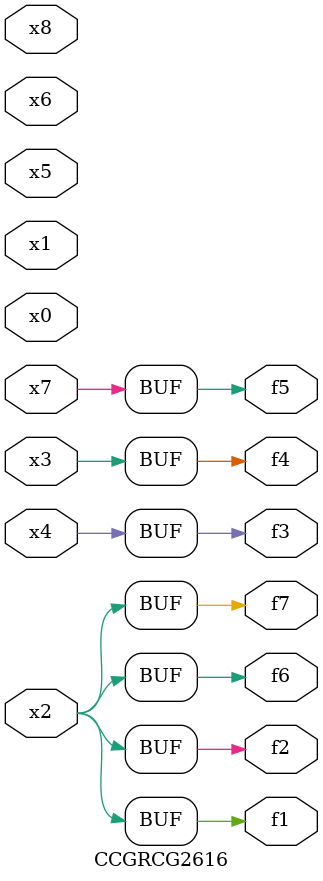
<source format=v>
module CCGRCG2616(
	input x0, x1, x2, x3, x4, x5, x6, x7, x8,
	output f1, f2, f3, f4, f5, f6, f7
);
	assign f1 = x2;
	assign f2 = x2;
	assign f3 = x4;
	assign f4 = x3;
	assign f5 = x7;
	assign f6 = x2;
	assign f7 = x2;
endmodule

</source>
